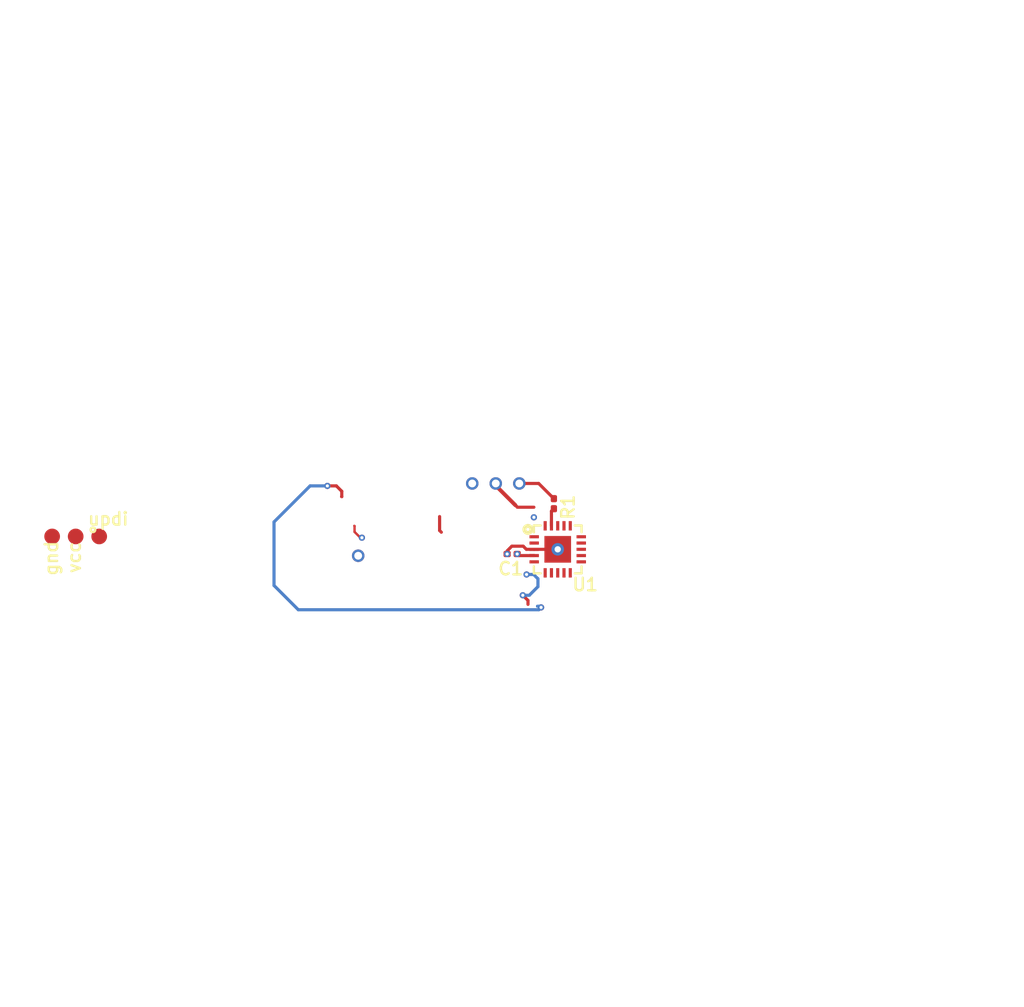
<source format=kicad_pcb>
(kicad_pcb (version 20240108) (generator "pcbnew") (generator_version "8.0")
  (layers (0 "F.Cu" signal) (31 "B.Cu" signal) (34 "B.Paste" user) (35 "F.Paste" user) (36 "B.SilkS" user "B.Silkscreen") (37 "F.SilkS" user "F.Silkscreen") (38 "B.Mask" user) (39 "F.Mask" user) (44 "Edge.Cuts" user))
  (net 0 "")
  (net 1 "vcc")
  (net 2 "gnd")
  (net 3 "pa7")
  (net 4 "pa1")
  (net 5 "pc0")
  (net 6 "pa6")
  (net 7 "pa5")
  (net 8 "pc1")
  (net 9 "pb1")
  (net 10 "pc2")
  (net 11 "pa4")
  (net 12 "pb0")
  (net 13 "pb3_tosc1")
  (net 14 "pb2_tsoc2")
  (net 15 "pb4")
  (net 16 "pa0_reset_updi")
  (net 17 "pb5")
  (net 18 "pa3_extclk")
  (net 19 "pa2")
  (net 20 "pc3")
  (net 21 "updi")
  (footprint "lib:R0201" (layer "F.Cu") (at 173.235 117.66 -90)
    (property "Reference" "R1" (at 0.22 -0.9 -90) (layer "F.SilkS") (effects (font (size 0.8 0.8))))
    (property "Value" "50mW Thick Film Resistors ±5% 510Ω 0201  Chip Resistor - Surface Mount ROHS")
    (pad "1" smd roundrect (at -0.32 0 270) (size 0.46 0.4) (layers "F.Cu" "F.Mask") (net 21 "updi"))
    (pad "2" smd roundrect (at 0.32 0 270) (size 0.46 0.4) (layers "F.Cu" "F.Mask") (net 16 "pa0_reset_updi"))
  )
  (footprint "lib:QFN-20_L3.0-W3.0-P0.40-TL-EP1.7" (layer "F.Cu") (at 173.48 120.57)
    (property "Reference" "U1" (at 1.75 2.25 0) (layer "F.SilkS") (effects (font (size 0.8 0.8))))
    (property "Value" "?")
    (fp_line (start -1.52 -1.52) (end -1.09 -1.52) (stroke (width 0.15)) (layer "F.SilkS"))
    (fp_line (start -1.52 -1.09) (end -1.52 -1.52) (stroke (width 0.15)) (layer "F.SilkS"))
    (fp_line (start -1.52 -1.09) (end -1.52 -1.14) (stroke (width 0.15)) (layer "F.SilkS"))
    (fp_line (start -1.52 1.53) (end -1.52 1.09) (stroke (width 0.15)) (layer "F.SilkS"))
    (fp_line (start -1.09 1.53) (end -1.52 1.53) (stroke (width 0.15)) (layer "F.SilkS"))
    (fp_line (start 1.09 -1.52) (end 1.52 -1.52) (stroke (width 0.15)) (layer "F.SilkS"))
    (fp_line (start 1.52 -1.52) (end 1.52 -1.09) (stroke (width 0.15)) (layer "F.SilkS"))
    (fp_line (start 1.52 1.09) (end 1.52 1.53) (stroke (width 0.15)) (layer "F.SilkS"))
    (fp_line (start 1.52 1.53) (end 1.09 1.53) (stroke (width 0.15)) (layer "F.SilkS"))
    (fp_circle (center -1.9 -1.27) (end -1.8 -1.27) (stroke (width 0.25)) (fill none) (layer "F.SilkS"))
    (pad "1" smd rect (at -1.5 -0.8) (size 0.6 0.2) (layers "F.Cu" "F.Paste" "F.Mask") (net 19 "pa2"))
    (pad "2" smd rect (at -1.5 -0.4) (size 0.6 0.2) (layers "F.Cu" "F.Paste" "F.Mask") (net 18 "pa3_extclk"))
    (pad "3" smd rect (at -1.5 0) (size 0.6 0.2) (layers "F.Cu" "F.Paste" "F.Mask") (net 2 "gnd"))
    (pad "4" smd rect (at -1.5 0.4) (size 0.6 0.2) (layers "F.Cu" "F.Paste" "F.Mask") (net 1 "vcc"))
    (pad "5" smd rect (at -1.5 0.8) (size 0.6 0.2) (layers "F.Cu" "F.Paste" "F.Mask") (net 11 "pa4"))
    (pad "6" smd rect (at -0.8 1.5) (size 0.2 0.6) (layers "F.Cu" "F.Paste" "F.Mask") (net 7 "pa5"))
    (pad "7" smd rect (at -0.4 1.5) (size 0.2 0.6) (layers "F.Cu" "F.Paste" "F.Mask") (net 6 "pa6"))
    (pad "8" smd rect (at 0 1.5) (size 0.2 0.6) (layers "F.Cu" "F.Paste" "F.Mask") (net 3 "pa7"))
    (pad "9" smd rect (at 0.4 1.5) (size 0.2 0.6) (layers "F.Cu" "F.Paste" "F.Mask") (net 17 "pb5"))
    (pad "10" smd rect (at 0.8 1.5) (size 0.2 0.6) (layers "F.Cu" "F.Paste" "F.Mask") (net 15 "pb4"))
    (pad "11" smd rect (at 1.5 0.8) (size 0.6 0.2) (layers "F.Cu" "F.Paste" "F.Mask") (net 13 "pb3_tosc1"))
    (pad "12" smd rect (at 1.5 0.4) (size 0.6 0.2) (layers "F.Cu" "F.Paste" "F.Mask") (net 14 "pb2_tsoc2"))
    (pad "13" smd rect (at 1.5 0) (size 0.6 0.2) (layers "F.Cu" "F.Paste" "F.Mask") (net 9 "pb1"))
    (pad "14" smd rect (at 1.5 -0.4) (size 0.6 0.2) (layers "F.Cu" "F.Paste" "F.Mask") (net 12 "pb0"))
    (pad "15" smd rect (at 1.5 -0.8) (size 0.6 0.2) (layers "F.Cu" "F.Paste" "F.Mask") (net 5 "pc0"))
    (pad "16" smd rect (at 0.8 -1.5) (size 0.2 0.6) (layers "F.Cu" "F.Paste" "F.Mask") (net 8 "pc1"))
    (pad "17" smd rect (at 0.4 -1.5) (size 0.2 0.6) (layers "F.Cu" "F.Paste" "F.Mask") (net 10 "pc2"))
    (pad "18" smd rect (at 0 -1.5) (size 0.2 0.6) (layers "F.Cu" "F.Paste" "F.Mask") (net 20 "pc3"))
    (pad "19" smd rect (at -0.4 -1.5) (size 0.2 0.6) (layers "F.Cu" "F.Paste" "F.Mask") (net 16 "pa0_reset_updi"))
    (pad "20" smd rect (at -0.8 -1.5) (size 0.2 0.6) (layers "F.Cu" "F.Paste" "F.Mask") (net 4 "pa1"))
    (pad "21" smd rect (at 0 0 180) (size 1.7 1.7) (layers "F.Cu" "F.Paste" "F.Mask") (net 2 "gnd"))
  )
  (footprint "lib:C0201" (layer "F.Cu") (at 170.575 120.87 180)
    (property "Reference" "C1" (at 0.09 -0.935 0) (layer "F.SilkS") (effects (font (size 0.8 0.8))))
    (property "Value" "25V 100nF X5R ±10% 0201  Multilayer Ceramic Capacitors MLCC - SMD/SMT ROHS")
    (pad "1" smd roundrect (at -0.32 0 180) (size 0.46 0.4) (layers "F.Cu" "F.Mask") (net 1 "vcc"))
    (pad "2" smd roundrect (at 0.32 0 180) (size 0.46 0.4) (layers "F.Cu" "F.Mask") (net 2 "gnd"))
  )
  (gr_circle (center 142.75 119.75) (end 143.15 119.75) (stroke (width 0.2)) (fill solid) (layer "F.Cu") (net 1))
  (gr_circle (center 141.25 119.75) (end 141.65 119.75) (stroke (width 0.2)) (fill solid) (layer "F.Cu") (net 2))
  (gr_circle (center 144.25 119.75) (end 144.65 119.75) (stroke (width 0.2)) (fill solid) (layer "F.Cu") (net 21))
  (gr_circle (center 143.85 119.325) (end 143.920711 119.325) (stroke (width 0.15)) (fill none) (layer "F.SilkS"))
  (gr_text "vcc" (at 143.125 122.175 90) (layer "F.SilkS") (effects (font (size 0.8 0.8) (thickness 0.15) (bold yes)) (justify left bottom)))
  (gr_text "gnd" (at 141.675 122.325 90) (layer "F.SilkS") (effects (font (size 0.8 0.8) (thickness 0.15) (bold yes)) (justify left bottom)))
  (gr_text "updi" (at 143.45 119.1 0) (layer "F.SilkS") (effects (font (size 0.8 0.8) (thickness 0.15) (bold yes)) (justify left bottom)))
  (segment (start 171.98 120.97) (end 170.995 120.97) (width 0.2) (layer "F.Cu") (net 1))
  (segment (start 170.995 120.97) (end 170.895 120.87) (width 0.2) (layer "F.Cu") (net 1))
  (segment (start 170.555001 120.37) (end 170.255 120.670001) (width 0.2) (layer "F.Cu") (net 2))
  (segment (start 171.28 120.37) (end 170.555001 120.37) (width 0.2) (layer "F.Cu") (net 2))
  (segment (start 171.98 120.57) (end 171.48 120.57) (width 0.2) (layer "F.Cu") (net 2))
  (segment (start 171.98 120.57) (end 173.48 120.57) (width 0.2) (layer "F.Cu") (net 2))
  (segment (start 171.48 120.57) (end 171.28 120.37) (width 0.2) (layer "F.Cu") (net 2))
  (via (at 173.48 120.57) (size 0.8) (drill 0.4) (layers "F.Cu" "B.Cu") (net 2))
  (segment (start 173.43 120.57) (end 173.48 120.57) (width 0.2) (layer "B.Cu") (net 2))
  (segment (start 160.897772 119.828611) (end 160.996731 119.828611) (width 0.15) (layer "F.Cu") (net 3))
  (segment (start 160.51335 119.071232) (end 160.52835 119.086232) (width 0.15) (layer "F.Cu") (net 3))
  (segment (start 160.52835 119.086232) (end 160.52835 119.459189) (width 0.15) (layer "F.Cu") (net 3))
  (segment (start 160.52835 119.459189) (end 160.897772 119.828611) (width 0.15) (layer "F.Cu") (net 3))
  (via (at 160.996731 119.828611) (size 0.4) (drill 0.2) (layers "F.Cu" "B.Cu") (net 3))
  (segment (start 159.71335 117.211232) (end 159.70335 117.211232) (width 0.2) (layer "F.Cu") (net 9))
  (segment (start 159.368851 116.525731) (end 159.71335 116.87023) (width 0.2) (layer "F.Cu") (net 9))
  (segment (start 158.793851 116.525731) (end 159.368851 116.525731) (width 0.2) (layer "F.Cu") (net 9))
  (segment (start 159.71335 116.87023) (end 159.71335 117.211232) (width 0.2) (layer "F.Cu") (net 9))
  (via (at 172.418851 124.275731) (size 0.4) (drill 0.2) (layers "F.Cu" "B.Cu") (net 9))
  (via (at 158.793851 116.525731) (size 0.4) (drill 0.2) (layers "F.Cu" "B.Cu") (net 9))
  (segment (start 155.393851 118.825731) (end 155.393851 122.875731) (width 0.2) (layer "B.Cu") (net 9))
  (segment (start 172.193851 124.200731) (end 172.343851 124.200731) (width 0.2) (layer "B.Cu") (net 9))
  (segment (start 156.943851 124.425731) (end 172.268851 124.425731) (width 0.2) (layer "B.Cu") (net 9))
  (segment (start 157.693851 116.525731) (end 155.393851 118.825731) (width 0.2) (layer "B.Cu") (net 9))
  (segment (start 172.193851 124.200731) (end 172.318851 124.200731) (width 0.2) (layer "B.Cu") (net 9))
  (segment (start 155.393851 122.875731) (end 156.943851 124.425731) (width 0.2) (layer "B.Cu") (net 9))
  (segment (start 172.268851 124.425731) (end 172.418851 124.275731) (width 0.2) (layer "B.Cu") (net 9))
  (segment (start 172.343851 124.200731) (end 172.418851 124.275731) (width 0.2) (layer "B.Cu") (net 9))
  (segment (start 158.793851 116.525731) (end 157.693851 116.525731) (width 0.2) (layer "B.Cu") (net 9))
  (segment (start 173.08 119.07) (end 173.08 118.135) (width 0.2) (layer "F.Cu") (net 16))
  (segment (start 173.08 118.135) (end 173.235 117.98) (width 0.2) (layer "F.Cu") (net 16))
  (segment (start 166.06 119.48) (end 165.95 119.37) (width 0.2) (layer "F.Cu") (net 18))
  (segment (start 165.95 119.37) (end 165.95 118.48) (width 0.2) (layer "F.Cu") (net 18))
  (segment (start 171.13 116.47) (end 171.03 116.37) (width 0.2) (layer "F.Cu") (net 21))
  (segment (start 172.265 116.37) (end 173.235 117.34) (width 0.2) (layer "F.Cu") (net 21))
  (segment (start 171.03 116.37) (end 172.265 116.37) (width 0.2) (layer "F.Cu") (net 21))
  (via (at 171.03 116.37) (size 0.8) (drill 0.5) (layers "F.Cu" "B.Cu") (net 21))
  (segment (start 170.91 117.885) (end 170.78 117.755) (width 0.2) (layer "F.Cu") (net 22))
  (segment (start 169.53 116.37) (end 169.53 116.505) (width 0.25) (layer "F.Cu") (net 22))
  (segment (start 171.585001 123.832202) (end 171.585001 124.08) (width 0.2) (layer "F.Cu") (net 22))
  (segment (start 171.25353 123.500731) (end 171.585001 123.832202) (width 0.2) (layer "F.Cu") (net 22))
  (segment (start 169.53 116.505) (end 170.78 117.755) (width 0.25) (layer "F.Cu") (net 22))
  (segment (start 171.96 117.885) (end 170.91 117.885) (width 0.2) (layer "F.Cu") (net 22))
  (via (at 170.895 120.87) (size 0.4) (drill 0.2) (layers "F.Cu" "B.Cu") (net 22))
  (via (at 169.53 116.37) (size 0.8) (drill 0.5) (layers "F.Cu" "B.Cu") (net 22))
  (via (at 171.25353 123.500731) (size 0.4) (drill 0.2) (layers "F.Cu" "B.Cu") (net 22))
  (via (at 171.493851 122.175731) (size 0.4) (drill 0.2) (layers "F.Cu" "B.Cu") (net 22))
  (segment (start 171.25353 123.500731) (end 171.668851 123.500731) (width 0.2) (layer "B.Cu") (net 22))
  (segment (start 171.668851 123.500731) (end 172.218851 122.950731) (width 0.2) (layer "B.Cu") (net 22))
  (segment (start 171.943851 122.175731) (end 171.493851 122.175731) (width 0.2) (layer "B.Cu") (net 22))
  (segment (start 172.218851 122.450731) (end 171.943851 122.175731) (width 0.2) (layer "B.Cu") (net 22))
  (segment (start 172.218851 122.950731) (end 172.218851 122.450731) (width 0.2) (layer "B.Cu") (net 22))
  (via (at 160.76 120.98) (size 0.8) (drill 0.5) (layers "F.Cu" "B.Cu") (net 23))
  (via (at 168.03 116.37) (size 0.8) (drill 0.5) (layers "F.Cu" "B.Cu") (net 23))
  (via (at 170.255 120.87) (size 0.4) (drill 0.2) (layers "F.Cu" "B.Cu") (net 23))
  (via (at 171.96 118.53) (size 0.4) (drill 0.2) (layers "F.Cu" "B.Cu") (net 23))
)
</source>
